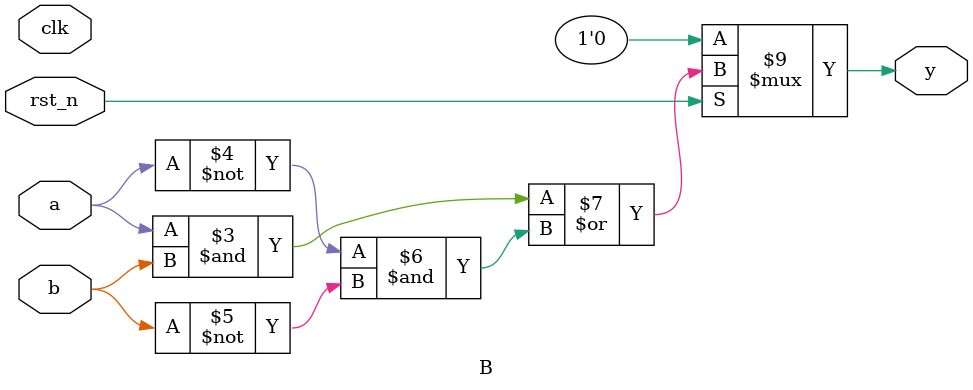
<source format=sv>
module B (
    input logic clk,
    input logic rst_n,
    input logic a,
    input logic b,
    output logic y
);

always @(*) begin
    if (!rst_n) begin
        y = 1'b0; // Reset output to 0
    end else begin
        // Implement the combinational logic based on the truth table
        y = (a & b) | (~a & ~b); // Example logic, replace with actual logic from truth table
    end
end

endmodule
</source>
